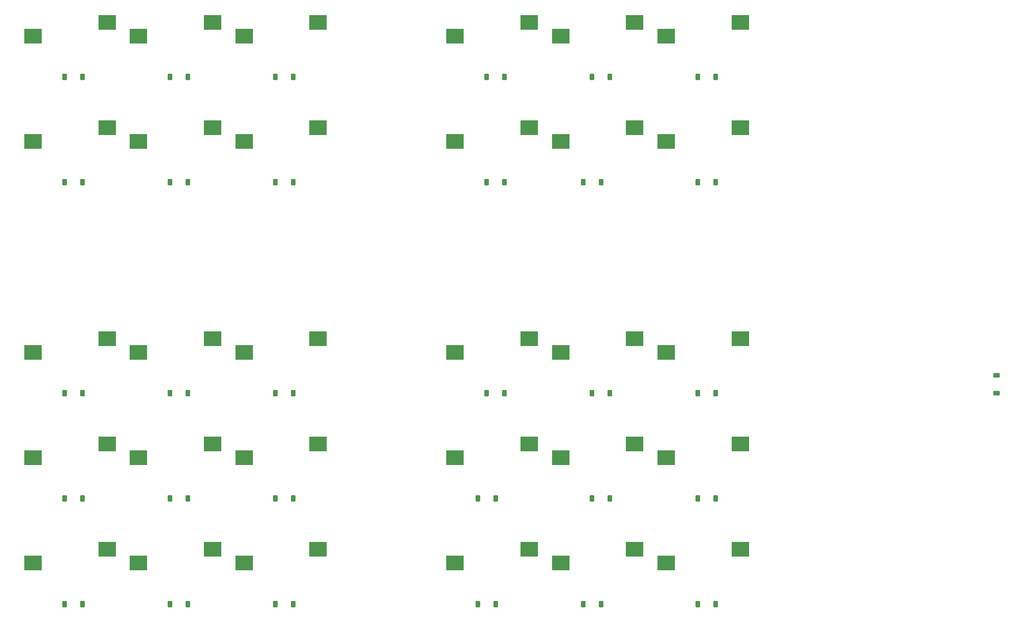
<source format=gbr>
%TF.GenerationSoftware,KiCad,Pcbnew,9.0.7*%
%TF.CreationDate,2026-02-23T23:42:04+09:00*%
%TF.ProjectId,YmmKeyboardMX,596d6d4b-6579-4626-9f61-72644d582e6b,rev?*%
%TF.SameCoordinates,Original*%
%TF.FileFunction,Paste,Bot*%
%TF.FilePolarity,Positive*%
%FSLAX46Y46*%
G04 Gerber Fmt 4.6, Leading zero omitted, Abs format (unit mm)*
G04 Created by KiCad (PCBNEW 9.0.7) date 2026-02-23 23:42:04*
%MOMM*%
%LPD*%
G01*
G04 APERTURE LIST*
G04 Aperture macros list*
%AMRoundRect*
0 Rectangle with rounded corners*
0 $1 Rounding radius*
0 $2 $3 $4 $5 $6 $7 $8 $9 X,Y pos of 4 corners*
0 Add a 4 corners polygon primitive as box body*
4,1,4,$2,$3,$4,$5,$6,$7,$8,$9,$2,$3,0*
0 Add four circle primitives for the rounded corners*
1,1,$1+$1,$2,$3*
1,1,$1+$1,$4,$5*
1,1,$1+$1,$6,$7*
1,1,$1+$1,$8,$9*
0 Add four rect primitives between the rounded corners*
20,1,$1+$1,$2,$3,$4,$5,0*
20,1,$1+$1,$4,$5,$6,$7,0*
20,1,$1+$1,$6,$7,$8,$9,0*
20,1,$1+$1,$8,$9,$2,$3,0*%
G04 Aperture macros list end*
%ADD10R,3.200000X2.780000*%
%ADD11RoundRect,0.225000X0.225000X0.375000X-0.225000X0.375000X-0.225000X-0.375000X0.225000X-0.375000X0*%
%ADD12RoundRect,0.225000X-0.375000X0.225000X-0.375000X-0.225000X0.375000X-0.225000X0.375000X0.225000X0*%
G04 APERTURE END LIST*
D10*
%TO.C,SW5*%
X129037000Y-36460000D03*
X142720000Y-33920000D03*
%TD*%
%TO.C,SW1*%
X31537000Y-36460000D03*
X45220000Y-33920000D03*
%TD*%
%TO.C,SW2*%
X51037000Y-36460000D03*
X64720000Y-33920000D03*
%TD*%
%TO.C,SW21*%
X70537000Y-114460000D03*
X84220000Y-111920000D03*
%TD*%
%TO.C,SW30*%
X148537000Y-133960000D03*
X162220000Y-131420000D03*
%TD*%
%TO.C,SW18*%
X148537000Y-94960000D03*
X162220000Y-92420000D03*
%TD*%
%TO.C,SW11*%
X129037000Y-55960000D03*
X142720000Y-53420000D03*
%TD*%
%TO.C,SW23*%
X129037000Y-114460000D03*
X142720000Y-111920000D03*
%TD*%
%TO.C,SW6*%
X148537000Y-36460000D03*
X162220000Y-33920000D03*
%TD*%
%TO.C,SW16*%
X109537000Y-94960000D03*
X123220000Y-92420000D03*
%TD*%
%TO.C,SW20*%
X51037000Y-114460000D03*
X64720000Y-111920000D03*
%TD*%
%TO.C,SW12*%
X148537000Y-55960000D03*
X162220000Y-53420000D03*
%TD*%
%TO.C,SW28*%
X109537000Y-133960000D03*
X123220000Y-131420000D03*
%TD*%
%TO.C,SW9*%
X70537000Y-55960000D03*
X84220000Y-53420000D03*
%TD*%
%TO.C,SW24*%
X148537000Y-114460000D03*
X162220000Y-111920000D03*
%TD*%
%TO.C,SW7*%
X31537000Y-55960000D03*
X45220000Y-53420000D03*
%TD*%
%TO.C,SW4*%
X123220000Y-33920000D03*
X109537000Y-36460000D03*
%TD*%
%TO.C,SW19*%
X31537000Y-114460000D03*
X45220000Y-111920000D03*
%TD*%
%TO.C,SW27*%
X70537000Y-133960000D03*
X84220000Y-131420000D03*
%TD*%
%TO.C,SW25*%
X31537000Y-133960000D03*
X45220000Y-131420000D03*
%TD*%
%TO.C,SW17*%
X129037000Y-94960000D03*
X142720000Y-92420000D03*
%TD*%
%TO.C,SW29*%
X129037000Y-133960000D03*
X142720000Y-131420000D03*
%TD*%
%TO.C,SW15*%
X70537000Y-94960000D03*
X84220000Y-92420000D03*
%TD*%
%TO.C,SW26*%
X51037000Y-133960000D03*
X64720000Y-131420000D03*
%TD*%
%TO.C,SW22*%
X109537000Y-114460000D03*
X123220000Y-111920000D03*
%TD*%
%TO.C,SW14*%
X51037000Y-94960000D03*
X64720000Y-92420000D03*
%TD*%
%TO.C,SW10*%
X109537000Y-55960000D03*
X123220000Y-53420000D03*
%TD*%
%TO.C,SW13*%
X31537000Y-94960000D03*
X45220000Y-92420000D03*
%TD*%
%TO.C,SW8*%
X51037000Y-55960000D03*
X64720000Y-53420000D03*
%TD*%
D11*
%TO.C,D5*%
X138150000Y-44000000D03*
X134850000Y-44000000D03*
%TD*%
%TO.C,D12*%
X157650000Y-63500000D03*
X154350000Y-63500000D03*
%TD*%
%TO.C,D9*%
X79650000Y-63500000D03*
X76350000Y-63500000D03*
%TD*%
%TO.C,D23*%
X138150000Y-122000000D03*
X134850000Y-122000000D03*
%TD*%
%TO.C,D20*%
X60150000Y-122000000D03*
X56850000Y-122000000D03*
%TD*%
%TO.C,D7*%
X40650000Y-63500000D03*
X37350000Y-63500000D03*
%TD*%
%TO.C,D3*%
X79650000Y-44000000D03*
X76350000Y-44000000D03*
%TD*%
%TO.C,D1*%
X40650000Y-44000000D03*
X37350000Y-44000000D03*
%TD*%
%TO.C,D11*%
X136500000Y-63500000D03*
X133200000Y-63500000D03*
%TD*%
%TO.C,D26*%
X60150000Y-141500000D03*
X56850000Y-141500000D03*
%TD*%
%TO.C,D22*%
X117000000Y-122000000D03*
X113700000Y-122000000D03*
%TD*%
%TO.C,D4*%
X118650000Y-44000000D03*
X115350000Y-44000000D03*
%TD*%
%TO.C,D28*%
X117000000Y-141500000D03*
X113700000Y-141500000D03*
%TD*%
%TO.C,D10*%
X118650000Y-63500000D03*
X115350000Y-63500000D03*
%TD*%
%TO.C,D21*%
X79650000Y-122000000D03*
X76350000Y-122000000D03*
%TD*%
%TO.C,D27*%
X79650000Y-141500000D03*
X76350000Y-141500000D03*
%TD*%
%TO.C,D8*%
X60150000Y-63500000D03*
X56850000Y-63500000D03*
%TD*%
%TO.C,D16*%
X118650000Y-102500000D03*
X115350000Y-102500000D03*
%TD*%
%TO.C,D17*%
X138150000Y-102500000D03*
X134850000Y-102500000D03*
%TD*%
%TO.C,D30*%
X157650000Y-141500000D03*
X154350000Y-141500000D03*
%TD*%
%TO.C,D15*%
X79650000Y-102500000D03*
X76350000Y-102500000D03*
%TD*%
%TO.C,D13*%
X40650000Y-102500000D03*
X37350000Y-102500000D03*
%TD*%
%TO.C,D18*%
X157650000Y-102500000D03*
X154350000Y-102500000D03*
%TD*%
D12*
%TO.C,D31*%
X209550000Y-99200000D03*
X209550000Y-102500000D03*
%TD*%
D11*
%TO.C,D24*%
X157650000Y-122000000D03*
X154350000Y-122000000D03*
%TD*%
%TO.C,D14*%
X60150000Y-102500000D03*
X56850000Y-102500000D03*
%TD*%
%TO.C,D6*%
X157650000Y-44000000D03*
X154350000Y-44000000D03*
%TD*%
%TO.C,D29*%
X136500000Y-141500000D03*
X133200000Y-141500000D03*
%TD*%
%TO.C,D2*%
X60150000Y-44000000D03*
X56850000Y-44000000D03*
%TD*%
%TO.C,D25*%
X40650000Y-141500000D03*
X37350000Y-141500000D03*
%TD*%
%TO.C,D19*%
X40650000Y-122000000D03*
X37350000Y-122000000D03*
%TD*%
D10*
%TO.C,SW3*%
X70537000Y-36460000D03*
X84220000Y-33920000D03*
%TD*%
M02*

</source>
